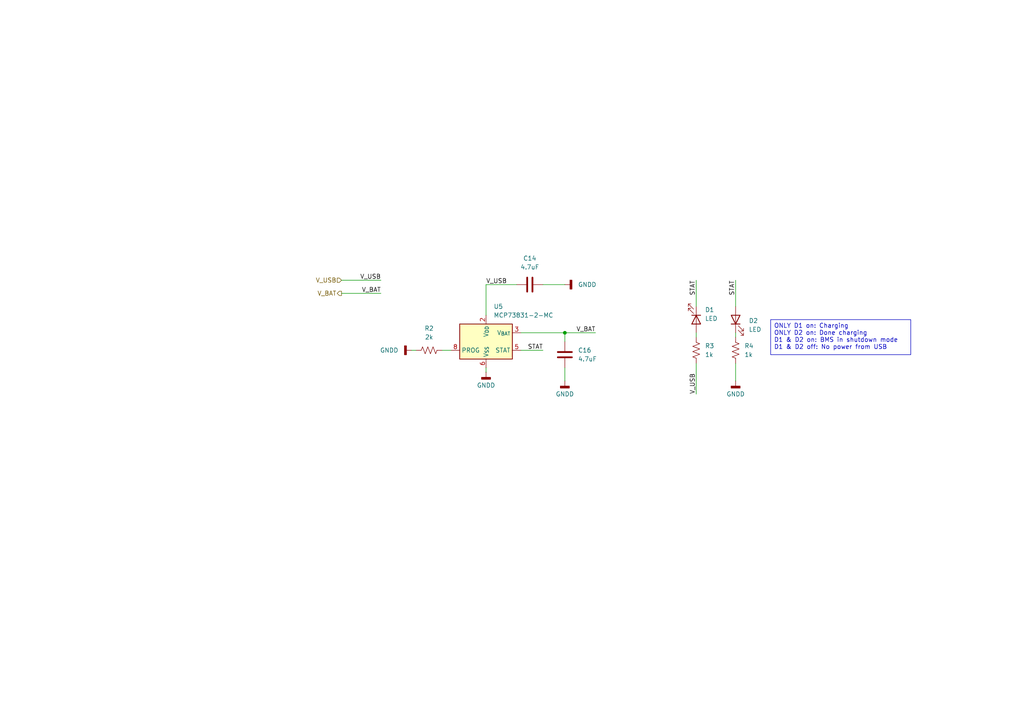
<source format=kicad_sch>
(kicad_sch (version 20231120) (generator "eeschema") (generator_version "8.0")
  (paper "A4")
  (lib_symbols
    (symbol "Battery_Management:MCP73831-2-MC"
      (property "Reference" "U" (at -7.62 6.35 0))
      (property "Value" "MCP73831-2-MC" (at 1.27 6.35 0))
      (symbol "MCP73831-2-MC_0_1"
        (rectangle (start -7.62 5.08) (end 7.62 -5.08) (stroke (width 0.254)) (fill (type background)))
      )
      (symbol "MCP73831-2-MC_1_1"
        (pin passive line (at 0 7.62 270) (length 2.54) hide (name "V_{DD}") (number "1"))
        (pin power_in line (at 0 7.62 270) (length 2.54) (name "V_{DD}") (number "2"))
        (pin power_out line (at 10.16 2.54 180) (length 2.54) (name "V_{BAT}") (number "3"))
        (pin passive line (at 10.16 2.54 180) (length 2.54) hide (name "V_{BAT}") (number "4"))
        (pin tri_state line (at 10.16 -2.54 180) (length 2.54) (name "STAT") (number "5"))
        (pin power_in line (at 0 -7.62 90) (length 2.54) (name "V_{SS}") (number "6"))
        (pin no_connect line (at -7.62 2.54 0) (length 2.54) hide (name "NC") (number "7"))
        (pin input line (at -10.16 -2.54 0) (length 2.54) (name "PROG") (number "8"))
      )
    )
    (symbol "Device:C" (pin_numbers hide) (pin_names (offset 0.254))
      (property "Reference" "C" (at 0.635 2.54 0))
      (property "Value" "C" (at 0.635 -2.54 0))
      (symbol "C_0_1"
        (polyline (pts (xy -2.032 -0.762) (xy 2.032 -0.762)) (stroke (width 0.508)))
        (polyline (pts (xy -2.032 0.762) (xy 2.032 0.762)) (stroke (width 0.508)))
      )
      (symbol "C_1_1"
        (pin passive line (at 0 3.81 270) (length 2.794) (name "~") (number "1"))
        (pin passive line (at 0 -3.81 90) (length 2.794) (name "~") (number "2"))
      )
    )
    (symbol "Device:LED" (pin_numbers hide) (pin_names (offset 1.016) hide)
      (property "Reference" "D" (at 0 2.54 0))
      (property "Value" "LED" (at 0 -2.54 0))
      (symbol "LED_0_1"
        (polyline (pts (xy -1.27 -1.27) (xy -1.27 1.27)) (stroke (width 0.254)))
        (polyline (pts (xy -1.27 0) (xy 1.27 0)))
        (polyline (pts (xy 1.27 -1.27) (xy 1.27 1.27) (xy -1.27 0) (xy 1.27 -1.27)) (stroke (width 0.254)))
        (polyline (pts (xy -3.048 -0.762) (xy -4.572 -2.286) (xy -3.81 -2.286) (xy -4.572 -2.286) (xy -4.572 -1.524)))
        (polyline (pts (xy -1.778 -0.762) (xy -3.302 -2.286) (xy -2.54 -2.286) (xy -3.302 -2.286) (xy -3.302 -1.524)))
      )
      (symbol "LED_1_1"
        (pin passive line (at -3.81 0 0) (length 2.54) (name "K") (number "1"))
        (pin passive line (at 3.81 0 180) (length 2.54) (name "A") (number "2"))
      )
    )
    (symbol "Device:R_US" (pin_numbers hide) (pin_names (offset 0))
      (property "Reference" "R" (at 2.54 0 90))
      (property "Value" "R_US" (at -2.54 0 90))
      (symbol "R_US_0_1"
        (polyline (pts (xy 0 -2.286) (xy 0 -2.54)))
        (polyline (pts (xy 0 2.286) (xy 0 2.54)))
        (polyline (pts (xy 0 -0.762) (xy 1.016 -1.143) (xy 0 -1.524) (xy -1.016 -1.905) (xy 0 -2.286)))
        (polyline (pts (xy 0 0.762) (xy 1.016 0.381) (xy 0 0) (xy -1.016 -0.381) (xy 0 -0.762)))
        (polyline (pts (xy 0 2.286) (xy 1.016 1.905) (xy 0 1.524) (xy -1.016 1.143) (xy 0 0.762)))
      )
      (symbol "R_US_1_1"
        (pin passive line (at 0 3.81 270) (length 1.27) (name "~") (number "1"))
        (pin passive line (at 0 -3.81 90) (length 1.27) (name "~") (number "2"))
      )
    )
    (symbol "power:GNDD" (power) (pin_numbers hide) (pin_names (offset 0) hide)
      (property "Value" "GNDD" (at 0 -3.175 0))
      (symbol "GNDD_0_1"
        (rectangle (start -1.27 -1.524) (end 1.27 -2.032) (stroke (width 0.254)) (fill (type outline)))
        (polyline (pts (xy 0 0) (xy 0 -1.524)))
      )
      (symbol "GNDD_1_1"
        (pin power_in line (at 0 0 270) (length 0) (name "~") (number "1"))
      )
    )
  )
  (junction (at 163.83 96.52))
  (wire (pts (xy 201.93 81.28) (xy 201.93 88.9)))
  (wire (pts (xy 140.97 82.55) (xy 140.97 91.44)))
  (wire (pts (xy 213.36 96.52) (xy 213.36 97.79)))
  (wire (pts (xy 201.93 96.52) (xy 201.93 97.79)))
  (wire (pts (xy 201.93 114.3) (xy 201.93 105.41)))
  (wire (pts (xy 163.83 106.68) (xy 163.83 110.49)))
  (wire (pts (xy 157.48 101.6) (xy 151.13 101.6)))
  (wire (pts (xy 163.83 96.52) (xy 163.83 99.06)))
  (wire (pts (xy 128.27 101.6) (xy 130.81 101.6)))
  (wire (pts (xy 99.06 85.09) (xy 110.49 85.09)))
  (wire (pts (xy 151.13 96.52) (xy 163.83 96.52)))
  (wire (pts (xy 140.97 107.95) (xy 140.97 106.68)))
  (wire (pts (xy 149.86 82.55) (xy 140.97 82.55)))
  (wire (pts (xy 119.38 101.6) (xy 120.65 101.6)))
  (wire (pts (xy 110.49 81.28) (xy 99.06 81.28)))
  (wire (pts (xy 213.36 81.28) (xy 213.36 88.9)))
  (wire (pts (xy 157.48 82.55) (xy 163.83 82.55)))
  (wire (pts (xy 213.36 105.41) (xy 213.36 110.49)))
  (wire (pts (xy 163.83 96.52) (xy 172.72 96.52)))
  (text_box "ONLY D1 on: Charging\nONLY D2 on: Done charging\nD1 & D2 on: BMS in shutdown mode\nD1 & D2 off: No power from USB" (at 223.52 92.71 0) (size 40.64 10.16) (effects (font (size 1.27 1.27)) (justify left top)))
  (label "STAT" (at 201.93 81.28 270))
  (label "V_USB" (at 140.97 82.55 0))
  (label "STAT" (at 213.36 81.28 270))
  (label "V_BAT" (at 172.72 96.52 180))
  (label "STAT" (at 157.48 101.6 180))
  (label "V_USB" (at 110.49 81.28 180))
  (label "V_BAT" (at 110.49 85.09 180))
  (label "V_USB" (at 201.93 114.3 90))
  (hierarchical_label "V_USB" (shape input) (at 99.06 81.28 180))
  (hierarchical_label "V_BAT" (shape output) (at 99.06 85.09 180))
  (symbol (lib_id "Device:LED") (at 213.36 92.71 90) (unit 1)
    (property "Reference" "D2" (at 217.17 93.0274 90) (effects (justify right)))
    (property "Value" "LED" (at 217.17 95.5674 90) (effects (justify right)))
    (property "Footprint" "LED_SMD:LED_0603_1608Metric_Pad1.05x0.95mm_HandSolder" (effects (hide yes)))
    (property "Description" "Light emitting diode" (effects (hide yes)))
  )
  (symbol (lib_id "power:GNDD") (at 140.97 107.95 0) (unit 1)
    (property "Reference" "#PWR029" (effects (hide yes)))
    (property "Value" "GNDD" (at 140.97 111.76 0))
    (property "Description" "Power symbol creates a global label with name \"GNDD\" , digital ground" (effects (hide yes)))
  )
  (symbol (lib_id "power:GNDD") (at 119.38 101.6 270) (unit 1)
    (property "Reference" "#PWR026" (effects (hide yes)))
    (property "Value" "GNDD" (at 115.57 101.5999 90) (effects (justify right)))
    (property "Description" "Power symbol creates a global label with name \"GNDD\" , digital ground" (effects (hide yes)))
  )
  (symbol (lib_id "power:GNDD") (at 213.36 110.49 0) (unit 1)
    (property "Reference" "#PWR035" (effects (hide yes)))
    (property "Value" "GNDD" (at 213.36 114.3 0))
    (property "Description" "Power symbol creates a global label with name \"GNDD\" , digital ground" (effects (hide yes)))
  )
  (symbol (lib_id "Battery_Management:MCP73831-2-MC") (at 140.97 99.06 0) (unit 1)
    (property "Reference" "U5" (at 143.1641 88.9 0) (effects (justify left)))
    (property "Value" "MCP73831-2-MC" (at 143.1641 91.44 0) (effects (justify left)))
    (property "Footprint" "Package_DFN_QFN:DFN-8-1EP_3x2mm_P0.5mm_EP1.7x1.4mm" (effects (hide yes)))
    (property "Datasheet" "http://ww1.microchip.com/downloads/en/DeviceDoc/20001984g.pdf" (effects (hide yes)))
    (property "Description" "Single cell, Li-Ion/Li-Po charge management controller, 4.20V, Tri-State Status Output, in DFN-8 package" (effects (hide yes)))
  )
  (symbol (lib_id "power:GNDD") (at 163.83 82.55 90) (unit 1)
    (property "Reference" "#PWR031" (effects (hide yes)))
    (property "Value" "GNDD" (at 167.64 82.5499 90) (effects (justify right)))
    (property "Description" "Power symbol creates a global label with name \"GNDD\" , digital ground" (effects (hide yes)))
  )
  (symbol (lib_id "Device:LED") (at 201.93 92.71 270) (unit 1)
    (property "Reference" "D1" (at 204.47 89.8524 90) (effects (justify left)))
    (property "Value" "LED" (at 204.47 92.3924 90) (effects (justify left)))
    (property "Footprint" "LED_SMD:LED_0603_1608Metric_Pad1.05x0.95mm_HandSolder" (effects (hide yes)))
    (property "Description" "Light emitting diode" (effects (hide yes)))
  )
  (symbol (lib_id "Device:C") (at 153.67 82.55 90) (unit 1)
    (property "Reference" "C14" (at 153.67 74.93 90))
    (property "Value" "4.7uF" (at 153.67 77.47 90))
    (property "Footprint" "Capacitor_SMD:C_0603_1608Metric_Pad1.08x0.95mm_HandSolder" (effects (hide yes)))
    (property "Description" "Unpolarized capacitor" (effects (hide yes)))
  )
  (symbol (lib_id "Device:R_US") (at 213.36 101.6 0) (unit 1)
    (property "Reference" "R4" (at 215.9 100.3299 0) (effects (justify left)))
    (property "Value" "1k" (at 215.9 102.8699 0) (effects (justify left)))
    (property "Footprint" "Resistor_SMD:R_0603_1608Metric_Pad0.98x0.95mm_HandSolder" (effects (hide yes)))
    (property "Description" "Resistor, US symbol" (effects (hide yes)))
  )
  (symbol (lib_id "Device:R_US") (at 201.93 101.6 0) (unit 1)
    (property "Reference" "R3" (at 204.47 100.3299 0) (effects (justify left)))
    (property "Value" "1k" (at 204.47 102.8699 0) (effects (justify left)))
    (property "Footprint" "Resistor_SMD:R_0603_1608Metric_Pad0.98x0.95mm_HandSolder" (effects (hide yes)))
    (property "Description" "Resistor, US symbol" (effects (hide yes)))
  )
  (symbol (lib_id "power:GNDD") (at 163.83 110.49 0) (unit 1)
    (property "Reference" "#PWR034" (effects (hide yes)))
    (property "Value" "GNDD" (at 163.83 114.3 0))
    (property "Description" "Power symbol creates a global label with name \"GNDD\" , digital ground" (effects (hide yes)))
  )
  (symbol (lib_id "Device:C") (at 163.83 102.87 0) (unit 1)
    (property "Reference" "C16" (at 167.64 101.5999 0) (effects (justify left)))
    (property "Value" "4.7uF" (at 167.64 104.1399 0) (effects (justify left)))
    (property "Footprint" "Capacitor_SMD:C_0603_1608Metric_Pad1.08x0.95mm_HandSolder" (effects (hide yes)))
    (property "Description" "Unpolarized capacitor" (effects (hide yes)))
  )
  (symbol (lib_id "Device:R_US") (at 124.46 101.6 270) (unit 1)
    (property "Reference" "R2" (at 124.46 95.25 90))
    (property "Value" "2k" (at 124.46 97.79 90))
    (property "Footprint" "Resistor_SMD:R_0603_1608Metric_Pad0.98x0.95mm_HandSolder" (effects (hide yes)))
    (property "Description" "Resistor, US symbol" (effects (hide yes)))
  )
)
</source>
